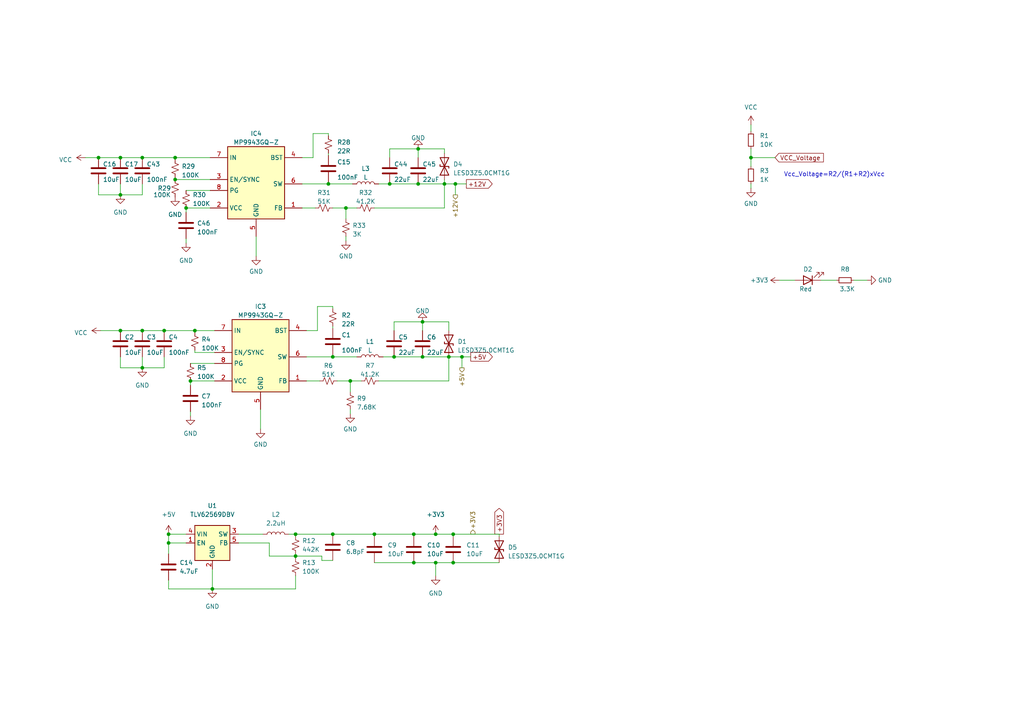
<source format=kicad_sch>
(kicad_sch (version 20230121) (generator eeschema)
  (paper "A4")
  (title_block (title "NewSkyF7-Air") (date "2023-12-01") (rev "1.0V"))
  (lib_symbols
    (symbol "Device:C" (pin_numbers hide) (pin_names (offset 0.254))
      (property "Reference" "C" (at 0.635 2.54 0))
      (property "Value" "C" (at 0.635 -2.54 0))
      (symbol "C_0_1"
        (polyline (pts (xy -2.032 -0.762) (xy 2.032 -0.762)) (stroke (width 0.508)))
        (polyline (pts (xy -2.032 0.762) (xy 2.032 0.762)) (stroke (width 0.508)))
      )
      (symbol "C_1_1"
        (pin passive line (at 0 3.81 270) (length 2.794) (name "~") (number "1"))
        (pin passive line (at 0 -3.81 90) (length 2.794) (name "~") (number "2"))
      )
    )
    (symbol "Device:D_TVS" (pin_numbers hide) (pin_names (offset 1.016) hide)
      (property "Reference" "D" (at 0 2.54 0))
      (property "Value" "D_TVS" (at 0 -2.54 0))
      (symbol "D_TVS_0_1"
        (polyline (pts (xy 1.27 0) (xy -1.27 0)))
        (polyline (pts (xy 0.508 1.27) (xy 0 1.27) (xy 0 -1.27) (xy -0.508 -1.27)) (stroke (width 0.254)))
        (polyline (pts (xy -2.54 1.27) (xy -2.54 -1.27) (xy 2.54 1.27) (xy 2.54 -1.27) (xy -2.54 1.27)) (stroke (width 0.254)))
      )
      (symbol "D_TVS_1_1"
        (pin passive line (at -3.81 0 0) (length 2.54) (name "A1") (number "1"))
        (pin passive line (at 3.81 0 180) (length 2.54) (name "A2") (number "2"))
      )
    )
    (symbol "Device:L" (pin_numbers hide) (pin_names (offset 1.016) hide)
      (property "Reference" "L" (at -1.27 0 90))
      (property "Value" "L" (at 1.905 0 90))
      (symbol "L_0_1"
        (arc (start 0 -2.54) (mid 0.6323 -1.905) (end 0 -1.27))
        (arc (start 0 -1.27) (mid 0.6323 -0.635) (end 0 0))
        (arc (start 0 0) (mid 0.6323 0.635) (end 0 1.27))
        (arc (start 0 1.27) (mid 0.6323 1.905) (end 0 2.54))
      )
      (symbol "L_1_1"
        (pin passive line (at 0 3.81 270) (length 1.27) (name "1") (number "1"))
        (pin passive line (at 0 -3.81 90) (length 1.27) (name "2") (number "2"))
      )
    )
    (symbol "Device:LED" (pin_numbers hide) (pin_names (offset 1.016) hide)
      (property "Reference" "D" (at 0 2.54 0))
      (property "Value" "LED" (at 0 -2.54 0))
      (symbol "LED_0_1"
        (polyline (pts (xy -1.27 -1.27) (xy -1.27 1.27)) (stroke (width 0.254)))
        (polyline (pts (xy -1.27 0) (xy 1.27 0)))
        (polyline (pts (xy 1.27 -1.27) (xy 1.27 1.27) (xy -1.27 0) (xy 1.27 -1.27)) (stroke (width 0.254)))
        (polyline (pts (xy -3.048 -0.762) (xy -4.572 -2.286) (xy -3.81 -2.286) (xy -4.572 -2.286) (xy -4.572 -1.524)))
        (polyline (pts (xy -1.778 -0.762) (xy -3.302 -2.286) (xy -2.54 -2.286) (xy -3.302 -2.286) (xy -3.302 -1.524)))
      )
      (symbol "LED_1_1"
        (pin passive line (at -3.81 0 0) (length 2.54) (name "K") (number "1"))
        (pin passive line (at 3.81 0 180) (length 2.54) (name "A") (number "2"))
      )
    )
    (symbol "Device:R_Small" (pin_numbers hide) (pin_names (offset 0.254) hide)
      (property "Reference" "R" (at 0.762 0.508 0))
      (property "Value" "R_Small" (at 0.762 -1.016 0))
      (symbol "R_Small_0_1"
        (rectangle (start -0.762 1.778) (end 0.762 -1.778) (stroke (width 0.2032)))
      )
      (symbol "R_Small_1_1"
        (pin passive line (at 0 2.54 270) (length 0.762) (name "~") (number "1"))
        (pin passive line (at 0 -2.54 90) (length 0.762) (name "~") (number "2"))
      )
    )
    (symbol "Device:R_Small_US" (pin_numbers hide) (pin_names (offset 0.254) hide)
      (property "Reference" "R" (at 0.762 0.508 0))
      (property "Value" "R_Small_US" (at 0.762 -1.016 0))
      (symbol "R_Small_US_1_1"
        (polyline (pts (xy 0 0) (xy 1.016 -0.381) (xy 0 -0.762) (xy -1.016 -1.143) (xy 0 -1.524)))
        (polyline (pts (xy 0 1.524) (xy 1.016 1.143) (xy 0 0.762) (xy -1.016 0.381) (xy 0 0)))
        (pin passive line (at 0 2.54 270) (length 1.016) (name "~") (number "1"))
        (pin passive line (at 0 -2.54 90) (length 1.016) (name "~") (number "2"))
      )
    )
    (symbol "PCM_4ms_Power-symbol:GND" (power) (pin_names (offset 0))
      (property "Value" "GND" (at 0 -3.81 0))
      (symbol "GND_0_1"
        (polyline (pts (xy 0 0) (xy 0 -1.27) (xy 1.27 -1.27) (xy 0 -2.54) (xy -1.27 -1.27) (xy 0 -1.27)))
      )
      (symbol "GND_1_1"
        (pin power_in line (at 0 0 270) (length 0) hide (name "GND") (number "1"))
      )
    )
    (symbol "Power_System:MP9943GQ-Z"
      (property "Reference" "IC" (at 26.67 7.62 0))
      (property "Value" "MP9943GQ-Z" (at 26.67 5.08 0))
      (symbol "MP9943GQ-Z_1_1"
        (rectangle (start 5.08 2.54) (end 21.59 -18.415) (stroke (width 0.254)) (fill (type background)))
        (pin passive line (at 26.67 -15.24 180) (length 5.08) (name "FB") (number "1"))
        (pin passive line (at 0 -15.24 0) (length 5.08) (name "VCC") (number "2"))
        (pin passive line (at 0 -6.985 0) (length 5.08) (name "EN/SYNC") (number "3"))
        (pin passive line (at 26.67 -0.635 180) (length 5.08) (name "BST") (number "4"))
        (pin passive line (at 13.335 -23.495 90) (length 5.08) (name "GND") (number "5"))
        (pin passive line (at 26.67 -8.255 180) (length 5.08) (name "SW") (number "6"))
        (pin passive line (at 0 -0.635 0) (length 5.08) (name "IN") (number "7"))
        (pin passive line (at 0 -10.16 0) (length 5.08) (name "PG") (number "8"))
      )
    )
    (symbol "Regulator_Switching:TLV62569DBV"
      (property "Reference" "U" (at -5.08 6.35 0))
      (property "Value" "TLV62569DBV" (at 0 6.35 0))
      (symbol "TLV62569DBV_0_1"
        (rectangle (start -5.08 5.08) (end 5.08 -5.08) (stroke (width 0.254)) (fill (type background)))
      )
      (symbol "TLV62569DBV_1_1"
        (pin input line (at -7.62 0 0) (length 2.54) (name "EN") (number "1"))
        (pin power_in line (at 0 -7.62 90) (length 2.54) (name "GND") (number "2"))
        (pin power_out line (at 7.62 2.54 180) (length 2.54) (name "SW") (number "3"))
        (pin power_in line (at -7.62 2.54 0) (length 2.54) (name "VIN") (number "4"))
        (pin input line (at 7.62 0 180) (length 2.54) (name "FB") (number "5"))
      )
    )
    (symbol "VCC_2" (power) (pin_names (offset 0))
      (property "Value" "VCC_2" (at 0 3.81 0))
      (symbol "VCC_2_0_1"
        (polyline (pts (xy -0.762 1.27) (xy 0 2.54)))
        (polyline (pts (xy 0 0) (xy 0 2.54)))
        (polyline (pts (xy 0 2.54) (xy 0.762 1.27)))
      )
      (symbol "VCC_2_1_1"
        (pin power_in line (at 0 0 90) (length 0) hide (name "VCC") (number "1"))
      )
    )
    (symbol "power:+3V3" (power) (pin_names (offset 0))
      (property "Value" "+3V3" (at 0 3.556 0))
      (symbol "+3V3_0_1"
        (polyline (pts (xy -0.762 1.27) (xy 0 2.54)))
        (polyline (pts (xy 0 0) (xy 0 2.54)))
        (polyline (pts (xy 0 2.54) (xy 0.762 1.27)))
      )
      (symbol "+3V3_1_1"
        (pin power_in line (at 0 0 90) (length 0) hide (name "+3V3") (number "1"))
      )
    )
    (symbol "power:+5V" (power) (pin_names (offset 0))
      (property "Value" "+5V" (at 0 3.556 0))
      (symbol "+5V_0_1"
        (polyline (pts (xy -0.762 1.27) (xy 0 2.54)))
        (polyline (pts (xy 0 0) (xy 0 2.54)))
        (polyline (pts (xy 0 2.54) (xy 0.762 1.27)))
      )
      (symbol "+5V_1_1"
        (pin power_in line (at 0 0 90) (length 0) hide (name "+5V") (number "1"))
      )
    )
    (symbol "power:GND" (power) (pin_names (offset 0))
      (property "Value" "GND" (at 0 -3.81 0))
      (symbol "GND_0_1"
        (polyline (pts (xy 0 0) (xy 0 -1.27) (xy 1.27 -1.27) (xy 0 -2.54) (xy -1.27 -1.27) (xy 0 -1.27)))
      )
      (symbol "GND_1_1"
        (pin power_in line (at 0 0 270) (length 0) hide (name "GND") (number "1"))
      )
    )
    (symbol "power:VCC" (power) (pin_names (offset 0))
      (property "Value" "VCC" (at 0 3.81 0))
      (symbol "VCC_0_1"
        (polyline (pts (xy -0.762 1.27) (xy 0 2.54)))
        (polyline (pts (xy 0 0) (xy 0 2.54)))
        (polyline (pts (xy 0 2.54) (xy 0.762 1.27)))
      )
      (symbol "VCC_1_1"
        (pin power_in line (at 0 0 90) (length 0) hide (name "VCC") (number "1"))
      )
    )
  )
  (junction (at 131.445 163.195))
  (junction (at 121.285 53.34))
  (junction (at 131.445 154.94))
  (junction (at 53.975 60.325))
  (junction (at 96.52 154.94))
  (junction (at 41.275 95.885))
  (junction (at 114.3 103.505))
  (junction (at 96.52 103.505))
  (junction (at 56.515 95.885))
  (junction (at 48.895 157.48))
  (junction (at 120.015 163.195))
  (junction (at 85.725 161.29))
  (junction (at 100.33 60.325))
  (junction (at 122.555 93.345))
  (junction (at 34.925 45.72))
  (junction (at 126.365 154.94))
  (junction (at 55.245 110.49))
  (junction (at 34.925 56.515))
  (junction (at 41.275 106.68))
  (junction (at 34.925 95.885))
  (junction (at 85.725 154.94))
  (junction (at 132.08 53.34))
  (junction (at 61.595 170.815))
  (junction (at 128.905 53.34))
  (junction (at 41.275 45.72))
  (junction (at 48.895 154.94))
  (junction (at 113.03 53.34))
  (junction (at 28.575 45.72))
  (junction (at 50.8 52.07))
  (junction (at 130.175 103.505))
  (junction (at 120.015 154.94))
  (junction (at 122.555 103.505))
  (junction (at 108.585 154.94))
  (junction (at 47.625 95.885))
  (junction (at 126.365 163.195))
  (junction (at 133.985 103.505))
  (junction (at 95.25 53.34))
  (junction (at 50.8 45.72))
  (junction (at 217.805 45.72))
  (junction (at 101.6 110.49))
  (junction (at 121.285 43.18))
  (wire (pts (xy 97.79 110.49) (xy 101.6 110.49)))
  (wire (pts (xy 34.925 95.885) (xy 41.275 95.885)))
  (wire (pts (xy 226.06 81.28) (xy 230.505 81.28)))
  (wire (pts (xy 50.8 51.435) (xy 50.8 52.07)))
  (wire (pts (xy 101.6 120.015) (xy 101.6 118.745)))
  (wire (pts (xy 85.725 161.29) (xy 85.725 161.925)))
  (wire (pts (xy 85.725 154.94) (xy 85.725 155.575)))
  (wire (pts (xy 47.625 95.885) (xy 56.515 95.885)))
  (wire (pts (xy 101.6 110.49) (xy 101.6 113.665)))
  (wire (pts (xy 28.575 45.72) (xy 34.925 45.72)))
  (wire (pts (xy 50.8 52.07) (xy 60.96 52.07)))
  (wire (pts (xy 28.575 53.34) (xy 28.575 56.515)))
  (wire (pts (xy 217.805 45.72) (xy 217.805 48.26)))
  (wire (pts (xy 69.215 154.94) (xy 76.2 154.94)))
  (wire (pts (xy 53.975 55.245) (xy 60.96 55.245)))
  (wire (pts (xy 108.585 60.325) (xy 128.905 60.325)))
  (wire (pts (xy 130.175 110.49) (xy 130.175 103.505)))
  (wire (pts (xy 90.805 45.72) (xy 90.805 38.735)))
  (wire (pts (xy 122.555 103.505) (xy 114.3 103.505)))
  (wire (pts (xy 34.925 106.68) (xy 41.275 106.68)))
  (wire (pts (xy 122.555 93.345) (xy 122.555 95.885)))
  (wire (pts (xy 130.175 103.505) (xy 133.985 103.505)))
  (wire (pts (xy 41.275 95.885) (xy 47.625 95.885)))
  (wire (pts (xy 90.805 38.735) (xy 95.25 38.735)))
  (wire (pts (xy 93.345 162.56) (xy 96.52 162.56)))
  (wire (pts (xy 96.52 154.94) (xy 108.585 154.94)))
  (wire (pts (xy 132.08 53.34) (xy 128.905 53.34)))
  (wire (pts (xy 120.015 154.94) (xy 126.365 154.94)))
  (wire (pts (xy 95.25 44.45) (xy 95.25 45.085)))
  (wire (pts (xy 88.9 110.49) (xy 92.71 110.49)))
  (wire (pts (xy 48.895 168.275) (xy 48.895 170.815)))
  (wire (pts (xy 34.925 103.505) (xy 34.925 106.68)))
  (wire (pts (xy 41.275 106.68) (xy 47.625 106.68)))
  (wire (pts (xy 93.345 161.29) (xy 93.345 162.56)))
  (wire (pts (xy 48.895 157.48) (xy 48.895 154.94)))
  (wire (pts (xy 144.78 154.94) (xy 144.78 155.575)))
  (wire (pts (xy 102.235 53.34) (xy 95.25 53.34)))
  (wire (pts (xy 217.805 53.34) (xy 217.805 54.61)))
  (wire (pts (xy 34.925 56.515) (xy 41.275 56.515)))
  (wire (pts (xy 128.905 43.18) (xy 128.905 44.45)))
  (wire (pts (xy 87.63 53.34) (xy 95.25 53.34)))
  (wire (pts (xy 114.3 93.345) (xy 122.555 93.345)))
  (wire (pts (xy 56.515 95.885) (xy 62.23 95.885)))
  (wire (pts (xy 78.105 157.48) (xy 78.105 161.29)))
  (wire (pts (xy 108.585 154.94) (xy 120.015 154.94)))
  (wire (pts (xy 130.175 95.885) (xy 130.175 93.345)))
  (wire (pts (xy 92.075 88.9) (xy 96.52 88.9)))
  (wire (pts (xy 61.595 170.815) (xy 61.595 165.1)))
  (wire (pts (xy 121.285 53.34) (xy 113.03 53.34)))
  (wire (pts (xy 69.215 157.48) (xy 78.105 157.48)))
  (wire (pts (xy 48.895 170.815) (xy 61.595 170.815)))
  (wire (pts (xy 133.985 106.68) (xy 133.985 103.505)))
  (wire (pts (xy 128.905 53.34) (xy 121.285 53.34)))
  (wire (pts (xy 87.63 60.325) (xy 91.44 60.325)))
  (wire (pts (xy 126.365 163.195) (xy 126.365 167.005)))
  (wire (pts (xy 217.805 45.72) (xy 224.79 45.72)))
  (wire (pts (xy 56.515 102.235) (xy 62.23 102.235)))
  (wire (pts (xy 55.245 105.41) (xy 62.23 105.41)))
  (wire (pts (xy 56.515 95.885) (xy 56.515 96.52)))
  (wire (pts (xy 131.445 163.195) (xy 144.78 163.195)))
  (wire (pts (xy 131.445 154.94) (xy 144.78 154.94)))
  (wire (pts (xy 114.3 103.505) (xy 111.125 103.505)))
  (wire (pts (xy 238.125 81.28) (xy 242.57 81.28)))
  (wire (pts (xy 126.365 163.195) (xy 131.445 163.195)))
  (wire (pts (xy 128.905 60.325) (xy 128.905 53.34)))
  (wire (pts (xy 85.725 170.815) (xy 85.725 167.005)))
  (wire (pts (xy 47.625 103.505) (xy 47.625 106.68)))
  (wire (pts (xy 28.575 56.515) (xy 34.925 56.515)))
  (wire (pts (xy 88.9 103.505) (xy 96.52 103.505)))
  (wire (pts (xy 24.765 45.72) (xy 28.575 45.72)))
  (wire (pts (xy 100.33 69.85) (xy 100.33 68.58)))
  (wire (pts (xy 50.8 45.72) (xy 50.8 46.355)))
  (wire (pts (xy 95.25 52.705) (xy 95.25 53.34)))
  (wire (pts (xy 96.52 94.615) (xy 96.52 95.25)))
  (wire (pts (xy 128.905 52.07) (xy 128.905 53.34)))
  (wire (pts (xy 130.175 93.345) (xy 122.555 93.345)))
  (wire (pts (xy 75.565 118.745) (xy 75.565 124.46)))
  (wire (pts (xy 88.9 95.885) (xy 92.075 95.885)))
  (wire (pts (xy 217.805 36.195) (xy 217.805 38.1)))
  (wire (pts (xy 41.275 103.505) (xy 41.275 106.68)))
  (wire (pts (xy 132.08 56.515) (xy 132.08 53.34)))
  (wire (pts (xy 85.725 161.29) (xy 93.345 161.29)))
  (wire (pts (xy 48.895 157.48) (xy 48.895 160.655)))
  (wire (pts (xy 53.975 60.325) (xy 53.975 61.595)))
  (wire (pts (xy 136.525 103.505) (xy 133.985 103.505)))
  (wire (pts (xy 53.975 60.325) (xy 60.96 60.325)))
  (wire (pts (xy 130.175 103.505) (xy 122.555 103.505)))
  (wire (pts (xy 96.52 88.9) (xy 96.52 89.535)))
  (wire (pts (xy 135.255 53.34) (xy 132.08 53.34)))
  (wire (pts (xy 96.52 60.325) (xy 100.33 60.325)))
  (wire (pts (xy 78.105 161.29) (xy 85.725 161.29)))
  (wire (pts (xy 55.245 110.49) (xy 55.245 111.76)))
  (wire (pts (xy 34.925 45.72) (xy 41.275 45.72)))
  (wire (pts (xy 85.725 160.655) (xy 85.725 161.29)))
  (wire (pts (xy 34.925 53.34) (xy 34.925 56.515)))
  (wire (pts (xy 121.285 43.18) (xy 121.285 45.72)))
  (wire (pts (xy 121.285 43.18) (xy 128.905 43.18)))
  (wire (pts (xy 108.585 163.195) (xy 120.015 163.195)))
  (wire (pts (xy 217.805 43.18) (xy 217.805 45.72)))
  (wire (pts (xy 87.63 45.72) (xy 90.805 45.72)))
  (wire (pts (xy 83.82 154.94) (xy 85.725 154.94)))
  (wire (pts (xy 41.275 45.72) (xy 50.8 45.72)))
  (wire (pts (xy 113.03 53.34) (xy 109.855 53.34)))
  (wire (pts (xy 103.505 103.505) (xy 96.52 103.505)))
  (wire (pts (xy 61.595 170.815) (xy 85.725 170.815)))
  (wire (pts (xy 29.21 95.885) (xy 34.925 95.885)))
  (wire (pts (xy 55.245 110.49) (xy 62.23 110.49)))
  (wire (pts (xy 126.365 154.94) (xy 131.445 154.94)))
  (wire (pts (xy 247.65 81.28) (xy 251.46 81.28)))
  (wire (pts (xy 53.975 157.48) (xy 48.895 157.48)))
  (wire (pts (xy 50.8 45.72) (xy 60.96 45.72)))
  (wire (pts (xy 53.975 70.485) (xy 53.975 69.215)))
  (wire (pts (xy 74.295 68.58) (xy 74.295 74.295)))
  (wire (pts (xy 113.03 45.72) (xy 113.03 43.18)))
  (wire (pts (xy 100.33 60.325) (xy 100.33 63.5)))
  (wire (pts (xy 109.855 110.49) (xy 130.175 110.49)))
  (wire (pts (xy 55.245 120.65) (xy 55.245 119.38)))
  (wire (pts (xy 48.895 154.94) (xy 53.975 154.94)))
  (wire (pts (xy 56.515 101.6) (xy 56.515 102.235)))
  (wire (pts (xy 114.3 95.885) (xy 114.3 93.345)))
  (wire (pts (xy 41.275 53.34) (xy 41.275 56.515)))
  (wire (pts (xy 108.585 154.94) (xy 108.585 155.575)))
  (wire (pts (xy 131.445 154.94) (xy 131.445 155.575)))
  (wire (pts (xy 120.015 163.195) (xy 126.365 163.195)))
  (wire (pts (xy 101.6 110.49) (xy 104.775 110.49)))
  (wire (pts (xy 85.725 154.94) (xy 96.52 154.94)))
  (wire (pts (xy 95.25 38.735) (xy 95.25 39.37)))
  (wire (pts (xy 92.075 95.885) (xy 92.075 88.9)))
  (wire (pts (xy 100.33 60.325) (xy 103.505 60.325)))
  (wire (pts (xy 113.03 43.18) (xy 121.285 43.18)))
  (wire (pts (xy 96.52 102.87) (xy 96.52 103.505)))
  (wire (pts (xy 120.015 154.94) (xy 120.015 155.575)))
  (text "Vcc_Voltage=R2/(R1+R2)xVcc" (at 227.33 51.435 0) (effects (font (size 1.27 1.27)) (justify left bottom)))
  (global_label "+5V" (shape output) (at 136.525 103.505 0) (property "Intersheetrefs" "${INTERSHEET_REFS}" (effects hide)))
  (global_label "VCC_Voltage" (shape input) (at 224.79 45.72 0) (property "Intersheetrefs" "${INTERSHEET_REFS}" (effects hide)))
  (global_label "+12V" (shape output) (at 135.255 53.34 0) (property "Intersheetrefs" "${INTERSHEET_REFS}" (effects hide)))
  (global_label "+3V3" (shape output) (at 144.78 154.94 90) (property "Intersheetrefs" "${INTERSHEET_REFS}" (effects hide)))
  (hierarchical_label "+5V" (shape output) (at 133.985 106.68 270))
  (hierarchical_label "+3V3" (shape output) (at 137.16 154.94 90))
  (hierarchical_label "+12V" (shape output) (at 132.08 56.515 270))
  (symbol (lib_id "PCM_4ms_Power-symbol:GND") (at 122.555 93.345 180) (unit 1)
    (property "Reference" "#PWR02" (effects hide))
    (property "Value" "GND" (at 122.555 90.17 0))
    (instances (project "STM32F745" (path "" (reference "#PWR02") (unit 1))) (project "Expansion" (path "" (reference "#PWR09") (unit 1)) (path "" (reference "#PWR09") (unit 1))) (project "Commander_Base" (path "" (reference "#PWR016") (unit 1))) (project "NewSkyF7-Air" (path "" (reference "#PWR014") (unit 1))))
  )
  (symbol (lib_id "Device:R_Small_US") (at 96.52 92.075 0) (unit 1)
    (property "Reference" "R2" (at 99.06 91.44 0) (effects (justify left)))
    (property "Value" "22R" (at 99.06 93.98 0) (effects (justify left)))
    (property "Footprint" "Resistor_SMD:R_0402_1005Metric" (effects hide))
    (instances (project "STM32F745" (path "" (reference "R2") (unit 1))) (project "Expansion" (path "" (reference "R1") (unit 1)) (path "" (reference "R1") (unit 1))) (project "Commander_Base" (path "" (reference "R5") (unit 1))) (project "STM32F446RC" (path "" (reference "R33") (unit 1))) (project "NewSkyF7-Air" (path "" (reference "R10") (unit 1))))
  )
  (symbol (lib_id "Device:C") (at 108.585 159.385 0) (unit 1)
    (property "Reference" "C9" (at 112.395 158.1149 0) (effects (justify left)))
    (property "Value" "10uF" (at 112.395 160.6549 0) (effects (justify left)))
    (property "Footprint" "Capacitor_SMD:C_0402_1005Metric_Pad0.74x0.62mm_HandSolder" (effects hide))
    (instances (project "STM32F745" (path "" (reference "C9") (unit 1))) (project "STM32F103RC_Expansion" (path "" (reference "C4") (unit 1))) (project "STM32F446RC" (path "" (reference "C14") (unit 1))) (project "NewSkyF7-Air" (path "" (reference "C13") (unit 1))))
  )
  (symbol (lib_id "PCM_4ms_Power-symbol:GND") (at 41.275 106.68 0) (unit 1)
    (property "Reference" "#PWR05" (effects hide))
    (property "Value" "GND" (at 41.275 111.76 0))
    (instances (project "STM32F745" (path "" (reference "#PWR05") (unit 1))) (project "NewSkyF7-Air" (path "" (reference "#PWR04") (unit 1))))
  )
  (symbol (lib_id "Device:R_Small") (at 245.11 81.28 90) (unit 1)
    (property "Reference" "R8" (at 245.11 78.105 90))
    (property "Value" "3.3K" (at 245.745 83.82 90))
    (property "Footprint" "Resistor_SMD:R_0402_1005Metric" (effects hide))
    (instances (project "STM32F745" (path "" (reference "R8") (unit 1))) (project "STM32F446" (path "" (reference "R25") (unit 1))) (project "NewSkyF7-Air" (path "" (reference "R17") (unit 1))))
  )
  (symbol (lib_id "Device:C") (at 131.445 159.385 0) (unit 1)
    (property "Reference" "C11" (at 135.255 158.1149 0) (effects (justify left)))
    (property "Value" "10uF" (at 135.255 160.6549 0) (effects (justify left)))
    (property "Footprint" "Capacitor_SMD:C_0402_1005Metric_Pad0.74x0.62mm_HandSolder" (effects hide))
    (instances (project "STM32F745" (path "" (reference "C11") (unit 1))) (project "STM32F103RC_Expansion" (path "" (reference "C6") (unit 1))) (project "STM32F446RC" (path "" (reference "C16") (unit 1))) (project "NewSkyF7-Air" (path "" (reference "C19") (unit 1))))
  )
  (symbol (lib_id "Device:R_Small_US") (at 93.98 60.325 90) (unit 1)
    (property "Reference" "R31" (at 93.98 55.88 90))
    (property "Value" "51K" (at 93.98 58.42 90))
    (property "Footprint" "Resistor_SMD:R_0402_1005Metric" (effects hide))
    (instances (project "STM32F745" (path "" (reference "R31") (unit 1))) (project "Expansion" (path "" (reference "R4") (unit 1)) (path "" (reference "R4") (unit 1))) (project "Commander_Base" (path "" (reference "R7") (unit 1))) (project "STM32F446RC" (path "" (reference "R32") (unit 1))) (project "NewSkyF7-Air" (path "" (reference "R7") (unit 1))))
  )
  (symbol (lib_id "Power_System:MP9943GQ-Z") (at 62.23 95.25 0) (unit 1)
    (property "Reference" "IC3" (at 75.565 88.9 0))
    (property "Value" "MP9943GQ-Z" (at 75.565 91.44 0))
    (property "Footprint" "Power_System:MP9943GQZ" (effects hide))
    (property "Datasheet" "https://www.monolithicpower.com/jp/documentview/productdocument/index/version/2/document_type/Datasheet/lang/en/sku/MP9943/document_id/865/" (effects hide))
    (property "Height" "1" (effects hide))
    (property "Manufacturer_Name" "Monolithic Power Systems (MPS)" (effects hide))
    (property "Manufacturer_Part_Number" "MP9943GQ-Z" (effects hide))
    (property "Mouser Part Number" "946-MP9943GQ-Z" (effects hide))
    (property "Mouser Price/Stock" "https://www.mouser.co.uk/ProductDetail/Monolithic-Power-Systems-MPS/MP9943GQ-Z?qs=493kPxzlxfKVcyEndxwGRg%3D%3D" (effects hide))
    (instances (project "STM32F745" (path "" (reference "IC3") (unit 1))) (project "NewSkyF7-Air" (path "" (reference "IC2") (unit 1))))
  )
  (symbol (lib_id "power:GND") (at 251.46 81.28 90) (unit 1)
    (property "Reference" "#PWR011" (effects hide))
    (property "Value" "GND" (at 254.635 81.2799 90) (effects (justify right)))
    (instances (project "STM32F745" (path "" (reference "#PWR011") (unit 1))) (project "STM32F446" (path "" (reference "#PWR0167") (unit 1))) (project "NewSkyF7-Air" (path "" (reference "#PWR021") (unit 1))))
  )
  (symbol (lib_id "PCM_4ms_Power-symbol:GND") (at 53.975 70.485 0) (unit 1)
    (property "Reference" "#PWR0107" (effects hide))
    (property "Value" "GND" (at 53.975 75.565 0))
    (instances (project "STM32F745" (path "" (reference "#PWR0107") (unit 1))) (project "NewSkyF7-Air" (path "" (reference "#PWR06") (unit 1))))
  )
  (symbol (lib_id "Device:R_Small_US") (at 50.8 54.61 0) (unit 1)
    (property "Reference" "R29" (at 45.72 54.61 0) (effects (justify left)))
    (property "Value" "100K" (at 44.45 56.515 0) (effects (justify left)))
    (property "Footprint" "Resistor_SMD:R_0402_1005Metric" (effects hide))
    (instances (project "STM32F745" (path "" (reference "R29") (unit 1))) (project "NewSkyF7-Air" (path "" (reference "R33") (unit 1))))
  )
  (symbol (lib_id "Device:C") (at 122.555 99.695 0) (unit 1)
    (property "Reference" "C6" (at 123.825 97.79 0) (effects (justify left)))
    (property "Value" "22uF" (at 123.825 102.235 0) (effects (justify left)))
    (property "Footprint" "Capacitor_SMD:C_0603_1608Metric" (effects hide))
    (instances (project "STM32F745" (path "" (reference "C6") (unit 1))) (project "Expansion" (path "" (reference "C3") (unit 1)) (path "" (reference "C3") (unit 1))) (project "Commander_Base" (path "" (reference "C7") (unit 1))) (project "STM32F446RC" (path "" (reference "C15") (unit 1))) (project "NewSkyF7-Air" (path "" (reference "C18") (unit 1))))
  )
  (symbol (lib_id "power:GND") (at 217.805 54.61 0) (unit 1)
    (property "Reference" "#PWR03" (effects hide))
    (property "Value" "GND" (at 217.805 59.055 0))
    (instances (project "STM32F745" (path "" (reference "#PWR03") (unit 1))) (project "STM32F446" (path "" (reference "#PWR0141") (unit 1))) (project "NewSkyF7-Air" (path "" (reference "#PWR019") (unit 1))))
  )
  (symbol (lib_id "Device:C") (at 55.245 115.57 0) (unit 1)
    (property "Reference" "C7" (at 58.42 114.935 0) (effects (justify left)))
    (property "Value" "100nF" (at 58.42 117.475 0) (effects (justify left)))
    (property "Footprint" "Capacitor_SMD:C_0402_1005Metric" (effects hide))
    (instances (project "STM32F745" (path "" (reference "C7") (unit 1))) (project "NewSkyF7-Air" (path "" (reference "C9") (unit 1))))
  )
  (symbol (lib_id "Device:L") (at 80.01 154.94 90) (unit 1)
    (property "Reference" "L2" (at 80.01 149.225 90))
    (property "Value" "2.2uH" (at 80.01 151.765 90))
    (property "Footprint" "Inductor_SMD:L_Murata_DFE201610P" (effects hide))
    (instances (project "STM32F745" (path "" (reference "L2") (unit 1))) (project "STM32F103RC_Expansion" (path "" (reference "L2") (unit 1))) (project "NewSkyF7-Air" (path "" (reference "L1") (unit 1))))
  )
  (symbol (lib_id "Device:R_Small_US") (at 50.8 48.895 0) (unit 1)
    (property "Reference" "R29" (at 52.705 48.26 0) (effects (justify left)))
    (property "Value" "100K" (at 52.705 50.8 0) (effects (justify left)))
    (property "Footprint" "Resistor_SMD:R_0402_1005Metric" (effects hide))
    (instances (project "STM32F745" (path "" (reference "R29") (unit 1))) (project "NewSkyF7-Air" (path "" (reference "R2") (unit 1))))
  )
  (symbol (lib_id "Device:C") (at 121.285 49.53 0) (unit 1)
    (property "Reference" "C45" (at 122.555 47.625 0) (effects (justify left)))
    (property "Value" "22uF" (at 122.555 52.07 0) (effects (justify left)))
    (property "Footprint" "Capacitor_SMD:C_0603_1608Metric" (effects hide))
    (instances (project "STM32F745" (path "" (reference "C45") (unit 1))) (project "Expansion" (path "" (reference "C3") (unit 1)) (path "" (reference "C3") (unit 1))) (project "Commander_Base" (path "" (reference "C7") (unit 1))) (project "STM32F446RC" (path "" (reference "C15") (unit 1))) (project "NewSkyF7-Air" (path "" (reference "C17") (unit 1))))
  )
  (symbol (lib_id "power:+3V3") (at 126.365 154.94 0) (unit 1)
    (property "Reference" "#PWR012" (effects hide))
    (property "Value" "+3V3" (at 126.365 149.225 0))
    (instances (project "STM32F745" (path "" (reference "#PWR012") (unit 1))) (project "STM32F103RC_Expansion" (path "" (reference "#PWR025") (unit 1))) (project "STM32F446RC" (path "" (reference "#PWR0149") (unit 1))) (project "NewSkyF7-Air" (path "" (reference "#PWR015") (unit 1))))
  )
  (symbol (lib_id "Device:C") (at 28.575 49.53 0) (unit 1)
    (property "Reference" "C16" (at 29.845 47.625 0) (effects (justify left)))
    (property "Value" "10uF" (at 29.845 52.07 0) (effects (justify left)))
    (property "Footprint" "Capacitor_SMD:C_0603_1608Metric" (effects hide))
    (instances (project "STM32F745" (path "" (reference "C16") (unit 1))) (project "NewSkyF7-Air" (path "" (reference "C1") (unit 1))))
  )
  (symbol (lib_id "Device:C") (at 48.895 164.465 0) (unit 1)
    (property "Reference" "C14" (at 52.07 163.1949 0) (effects (justify left)))
    (property "Value" "4.7uF" (at 52.07 165.7349 0) (effects (justify left)))
    (property "Footprint" "Capacitor_SMD:C_0402_1005Metric_Pad0.74x0.62mm_HandSolder" (effects hide))
    (instances (project "STM32F745" (path "" (reference "C14") (unit 1))) (project "STM32F103RC_Expansion" (path "" (reference "C7") (unit 1))) (project "STM32F446RC" (path "" (reference "C13") (unit 1))) (project "NewSkyF7-Air" (path "" (reference "C7") (unit 1))))
  )
  (symbol (lib_id "Device:R_Small_US") (at 107.315 110.49 90) (unit 1)
    (property "Reference" "R7" (at 107.315 106.045 90))
    (property "Value" "41.2K" (at 107.315 108.585 90))
    (property "Footprint" "Resistor_SMD:R_0402_1005Metric" (effects hide))
    (instances (project "STM32F745" (path "" (reference "R7") (unit 1))) (project "Expansion" (path "" (reference "R5") (unit 1)) (path "" (reference "R5") (unit 1))) (project "Commander_Base" (path "" (reference "R8") (unit 1))) (project "STM32F446RC" (path "" (reference "R32") (unit 1))) (project "NewSkyF7-Air" (path "" (reference "R14") (unit 1))))
  )
  (symbol (lib_id "Device:R_Small_US") (at 95.25 41.91 0) (unit 1)
    (property "Reference" "R28" (at 97.79 41.275 0) (effects (justify left)))
    (property "Value" "22R" (at 97.79 43.815 0) (effects (justify left)))
    (property "Footprint" "Resistor_SMD:R_0402_1005Metric" (effects hide))
    (instances (project "STM32F745" (path "" (reference "R28") (unit 1))) (project "Expansion" (path "" (reference "R1") (unit 1)) (path "" (reference "R1") (unit 1))) (project "Commander_Base" (path "" (reference "R5") (unit 1))) (project "STM32F446RC" (path "" (reference "R33") (unit 1))) (project "NewSkyF7-Air" (path "" (reference "R8") (unit 1))))
  )
  (symbol (lib_id "Device:C") (at 53.975 65.405 0) (unit 1)
    (property "Reference" "C46" (at 57.15 64.77 0) (effects (justify left)))
    (property "Value" "100nF" (at 57.15 67.31 0) (effects (justify left)))
    (property "Footprint" "Capacitor_SMD:C_0402_1005Metric" (effects hide))
    (instances (project "STM32F745" (path "" (reference "C46") (unit 1))) (project "NewSkyF7-Air" (path "" (reference "C8") (unit 1))))
  )
  (symbol (lib_id "Device:C") (at 96.52 158.75 0) (unit 1)
    (property "Reference" "C8" (at 100.33 157.4799 0) (effects (justify left)))
    (property "Value" "6.8pF" (at 100.33 160.0199 0) (effects (justify left)))
    (property "Footprint" "Capacitor_SMD:C_0402_1005Metric_Pad0.74x0.62mm_HandSolder" (effects hide))
    (instances (project "STM32F745" (path "" (reference "C8") (unit 1))) (project "STM32F103RC_Expansion" (path "" (reference "C3") (unit 1))) (project "STM32F446RC" (path "" (reference "C19") (unit 1))) (project "NewSkyF7-Air" (path "" (reference "C12") (unit 1))))
  )
  (symbol (lib_id "PCM_4ms_Power-symbol:GND") (at 55.245 120.65 0) (unit 1)
    (property "Reference" "#PWR07" (effects hide))
    (property "Value" "GND" (at 55.245 125.73 0))
  )
  (symbol (lib_id "Device:C") (at 34.925 49.53 0) (unit 1)
    (property "Reference" "C17" (at 36.195 47.625 0) (effects (justify left)))
    (property "Value" "10uF" (at 36.195 52.07 0) (effects (justify left)))
    (property "Footprint" "Capacitor_SMD:C_0603_1608Metric" (effects hide))
    (instances (project "STM32F745" (path "" (reference "C17") (unit 1))) (project "NewSkyF7-Air" (path "" (reference "C3") (unit 1))))
  )
  (symbol (lib_id "Device:C") (at 120.015 159.385 0) (unit 1)
    (property "Reference" "C10" (at 123.825 158.1149 0) (effects (justify left)))
    (property "Value" "10uF" (at 123.825 160.6549 0) (effects (justify left)))
    (property "Footprint" "Capacitor_SMD:C_0402_1005Metric_Pad0.74x0.62mm_HandSolder" (effects hide))
    (instances (project "STM32F745" (path "" (reference "C10") (unit 1))) (project "STM32F103RC_Expansion" (path "" (reference "C5") (unit 1))) (project "STM32F446RC" (path "" (reference "C15") (unit 1))) (project "NewSkyF7-Air" (path "" (reference "C16") (unit 1))))
  )
  (symbol (lib_id "Device:D_TVS") (at 128.905 48.26 90) (unit 1)
    (property "Reference" "D4" (at 131.445 47.625 90) (effects (justify right)))
    (property "Value" "LESD3Z5.0CMT1G" (at 131.445 50.165 90) (effects (justify right)))
    (property "Footprint" "Diode_SMD:D_SOD-323" (effects hide))
    (instances (project "STM32F745" (path "" (reference "D4") (unit 1))) (project "Expansion" (path "" (reference "D1") (unit 1)) (path "" (reference "D1") (unit 1))) (project "Commander_Base" (path "" (reference "D1") (unit 1))) (project "STM32F446RC" (path "" (reference "D14") (unit 1))) (project "NewSkyF7-Air" (path "" (reference "D1") (unit 1))))
  )
  (symbol (lib_id "PCM_4ms_Power-symbol:GND") (at 50.8 57.15 0) (unit 1)
    (property "Reference" "#PWR0107" (effects hide))
    (property "Value" "GND" (at 50.8 62.23 0))
    (instances (project "STM32F745" (path "" (reference "#PWR0107") (unit 1))) (project "NewSkyF7-Air" (path "" (reference "#PWR084") (unit 1))))
  )
  (symbol (lib_id "Device:R_Small_US") (at 95.25 110.49 90) (unit 1)
    (property "Reference" "R6" (at 95.25 106.045 90))
    (property "Value" "51K" (at 95.25 108.585 90))
    (property "Footprint" "Resistor_SMD:R_0402_1005Metric" (effects hide))
    (instances (project "STM32F745" (path "" (reference "R6") (unit 1))) (project "Expansion" (path "" (reference "R4") (unit 1)) (path "" (reference "R4") (unit 1))) (project "Commander_Base" (path "" (reference "R7") (unit 1))) (project "STM32F446RC" (path "" (reference "R32") (unit 1))) (project "NewSkyF7-Air" (path "" (reference "R9") (unit 1))))
  )
  (symbol (lib_id "Device:R_Small_US") (at 106.045 60.325 90) (unit 1)
    (property "Reference" "R32" (at 106.045 55.88 90))
    (property "Value" "41.2K" (at 106.045 58.42 90))
    (property "Footprint" "Resistor_SMD:R_0402_1005Metric" (effects hide))
    (instances (project "STM32F745" (path "" (reference "R32") (unit 1))) (project "Expansion" (path "" (reference "R5") (unit 1)) (path "" (reference "R5") (unit 1))) (project "Commander_Base" (path "" (reference "R8") (unit 1))) (project "STM32F446RC" (path "" (reference "R32") (unit 1))) (project "NewSkyF7-Air" (path "" (reference "R13") (unit 1))))
  )
  (symbol (lib_id "Device:R_Small_US") (at 100.33 66.04 0) (unit 1)
    (property "Reference" "R33" (at 102.235 65.405 0) (effects (justify left)))
    (property "Value" "3K" (at 102.235 67.945 0) (effects (justify left)))
    (property "Footprint" "Resistor_SMD:R_0402_1005Metric" (effects hide))
    (instances (project "STM32F745" (path "" (reference "R33") (unit 1))) (project "Expansion" (path "" (reference "R6") (unit 1)) (path "" (reference "R6") (unit 1))) (project "Commander_Base" (path "" (reference "R6") (unit 1))) (project "STM32F446RC" (path "" (reference "R32") (unit 1))) (project "NewSkyF7-Air" (path "" (reference "R11") (unit 1))))
  )
  (symbol (lib_id "Device:R_Small_US") (at 101.6 116.205 0) (unit 1)
    (property "Reference" "R9" (at 103.505 115.57 0) (effects (justify left)))
    (property "Value" "7.68K" (at 103.505 118.11 0) (effects (justify left)))
    (property "Footprint" "Resistor_SMD:R_0402_1005Metric" (effects hide))
    (instances (project "STM32F745" (path "" (reference "R9") (unit 1))) (project "Expansion" (path "" (reference "R6") (unit 1)) (path "" (reference "R6") (unit 1))) (project "Commander_Base" (path "" (reference "R6") (unit 1))) (project "STM32F446RC" (path "" (reference "R32") (unit 1))) (project "NewSkyF7-Air" (path "" (reference "R12") (unit 1))))
  )
  (symbol (lib_id "Device:R_Small") (at 217.805 50.8 0) (unit 1)
    (property "Reference" "R3" (at 220.345 49.5299 0) (effects (justify left)))
    (property "Value" "1K" (at 220.345 52.0699 0) (effects (justify left)))
    (property "Footprint" "Resistor_SMD:R_0402_1005Metric" (effects hide))
    (instances (project "STM32F745" (path "" (reference "R3") (unit 1))) (project "STM32F446" (path "" (reference "R21") (unit 1))) (project "NewSkyF7-Air" (path "" (reference "R16") (unit 1))))
  )
  (symbol (lib_id "PCM_4ms_Power-symbol:GND") (at 34.925 56.515 0) (unit 1)
    (property "Reference" "#PWR019" (effects hide))
    (property "Value" "GND" (at 34.925 61.595 0))
    (instances (project "STM32F745" (path "" (reference "#PWR019") (unit 1))) (project "NewSkyF7-Air" (path "" (reference "#PWR03") (unit 1))))
  )
  (symbol (lib_id "PCM_4ms_Power-symbol:GND") (at 121.285 43.18 180) (unit 1)
    (property "Reference" "#PWR017" (effects hide))
    (property "Value" "GND" (at 121.285 40.005 0))
    (instances (project "STM32F745" (path "" (reference "#PWR017") (unit 1))) (project "Expansion" (path "" (reference "#PWR09") (unit 1)) (path "" (reference "#PWR09") (unit 1))) (project "Commander_Base" (path "" (reference "#PWR016") (unit 1))) (project "NewSkyF7-Air" (path "" (reference "#PWR013") (unit 1))))
  )
  (symbol (lib_id "Device:D_TVS") (at 130.175 99.695 90) (unit 1)
    (property "Reference" "D1" (at 132.715 99.06 90) (effects (justify right)))
    (property "Value" "LESD3Z5.0CMT1G" (at 132.715 101.6 90) (effects (justify right)))
    (property "Footprint" "Diode_SMD:D_SOD-323" (effects hide))
    (instances (project "STM32F745" (path "" (reference "D1") (unit 1))) (project "Expansion" (path "" (reference "D1") (unit 1)) (path "" (reference "D1") (unit 1))) (project "Commander_Base" (path "" (reference "D1") (unit 1))) (project "STM32F446RC" (path "" (reference "D14") (unit 1))) (project "NewSkyF7-Air" (path "" (reference "D2") (unit 1))))
  )
  (symbol (lib_id "Device:LED") (at 234.315 81.28 180) (unit 1)
    (property "Reference" "D2" (at 234.315 78.105 0))
    (property "Value" "Red" (at 233.68 83.82 0))
    (property "Footprint" "LED_SMD:LED_0402_1005Metric" (effects hide))
    (instances (project "STM32F745" (path "" (reference "D2") (unit 1))) (project "STM32F446" (path "" (reference "D8") (unit 1))) (project "NewSkyF7-Air" (path "" (reference "D4") (unit 1))))
  )
  (symbol (lib_id "power:GND") (at 126.365 167.005 0) (unit 1)
    (property "Reference" "#PWR016" (effects hide))
    (property "Value" "GND" (at 126.365 172.085 0))
    (instances (project "STM32F745" (path "" (reference "#PWR016") (unit 1))) (project "STM32F103RC_Expansion" (path "" (reference "#PWR027") (unit 1))) (project "STM32F446RC" (path "" (reference "#PWR0151") (unit 1))) (project "NewSkyF7-Air" (path "" (reference "#PWR016") (unit 1))))
  )
  (symbol (lib_id "Device:R_Small") (at 217.805 40.64 0) (unit 1)
    (property "Reference" "R1" (at 220.345 39.3699 0) (effects (justify left)))
    (property "Value" "10K" (at 220.345 41.9099 0) (effects (justify left)))
    (property "Footprint" "Resistor_SMD:R_0402_1005Metric" (effects hide))
    (instances (project "STM32F745" (path "" (reference "R1") (unit 1))) (project "STM32F446" (path "" (reference "R20") (unit 1))) (project "NewSkyF7-Air" (path "" (reference "R15") (unit 1))))
  )
  (symbol (lib_id "Device:R_Small_US") (at 85.725 164.465 0) (unit 1)
    (property "Reference" "R13" (at 87.63 163.1949 0) (effects (justify left)))
    (property "Value" "100K" (at 87.63 165.7349 0) (effects (justify left)))
    (property "Footprint" "Resistor_SMD:R_0402_1005Metric" (effects hide))
    (instances (project "STM32F745" (path "" (reference "R13") (unit 1))) (project "STM32F103RC_Expansion" (path "" (reference "R15") (unit 1))) (project "STM32F446RC" (path "" (reference "R15") (unit 1))) (project "NewSkyF7-Air" (path "" (reference "R6") (unit 1))))
  )
  (symbol (lib_id "Device:C") (at 96.52 99.06 0) (unit 1)
    (property "Reference" "C1" (at 99.06 97.155 0) (effects (justify left)))
    (property "Value" "100nF" (at 99.06 101.6 0) (effects (justify left)))
    (property "Footprint" "Capacitor_SMD:C_0402_1005Metric_Pad0.74x0.62mm_HandSolder" (effects hide))
    (instances (project "STM32F745" (path "" (reference "C1") (unit 1))) (project "Expansion" (path "" (reference "C1") (unit 1)) (path "" (reference "C1") (unit 1))) (project "Commander_Base" (path "" (reference "C6") (unit 1))) (project "STM32F446RC" (path "" (reference "C15") (unit 1))) (project "NewSkyF7-Air" (path "" (reference "C11") (unit 1))))
  )
  (symbol (lib_id "Device:L") (at 106.045 53.34 90) (unit 1)
    (property "Reference" "L3" (at 106.045 48.895 90))
    (property "Value" "L" (at 106.045 51.435 90))
    (property "Footprint" "Inductor_SMD:L_Sunlord_MWSA0402S" (effects hide))
    (instances (project "STM32F745" (path "" (reference "L3") (unit 1))) (project "Expansion" (path "" (reference "L1") (unit 1)) (path "" (reference "L1") (unit 1))) (project "Commander_Base" (path "" (reference "L2") (unit 1))) (project "NewSkyF7-Air" (path "" (reference "L2") (unit 1))))
  )
  (symbol (lib_id "Device:C") (at 114.3 99.695 0) (unit 1)
    (property "Reference" "C5" (at 115.57 97.79 0) (effects (justify left)))
    (property "Value" "22uF" (at 115.57 102.235 0) (effects (justify left)))
    (property "Footprint" "Capacitor_SMD:C_0603_1608Metric" (effects hide))
    (instances (project "STM32F745" (path "" (reference "C5") (unit 1))) (project "Expansion" (path "" (reference "C2") (unit 1)) (path "" (reference "C2") (unit 1))) (project "Commander_Base" (path "" (reference "C5") (unit 1))) (project "STM32F446RC" (path "" (reference "C15") (unit 1))) (project "NewSkyF7-Air" (path "" (reference "C15") (unit 1))))
  )
  (symbol (lib_id "PCM_4ms_Power-symbol:GND") (at 101.6 120.015 0) (unit 1)
    (property "Reference" "#PWR06" (effects hide))
    (property "Value" "GND" (at 101.6 124.46 0))
    (instances (project "STM32F745" (path "" (reference "#PWR06") (unit 1))) (project "Expansion" (path "" (reference "#PWR015") (unit 1)) (path "" (reference "#PWR015") (unit 1))) (project "Commander_Base" (path "" (reference "#PWR015") (unit 1))) (project "NewSkyF7-Air" (path "" (reference "#PWR012") (unit 1))))
  )
  (symbol (lib_id "power:+5V") (at 48.895 154.94 0) (unit 1)
    (property "Reference" "#PWR09" (effects hide))
    (property "Value" "+5V" (at 48.895 149.225 0))
    (instances (project "STM32F745" (path "" (reference "#PWR09") (unit 1))) (project "STM32F103RC_Expansion" (path "" (reference "#PWR017") (unit 1))) (project "STM32F446RC" (path "" (reference "#PWR0146") (unit 1))) (project "NewSkyF7-Air" (path "" (reference "#PWR05") (unit 1))))
  )
  (symbol (lib_name "VCC_2") (lib_id "power:VCC") (at 29.21 95.885 90) (unit 1)
    (property "Reference" "#PWR04" (effects hide))
    (property "Value" "VCC" (at 25.4 96.52 90) (effects (justify left)))
    (instances (project "STM32F745" (path "" (reference "#PWR04") (unit 1))) (project "NewSkyF7-Air" (path "" (reference "#PWR02") (unit 1))))
  )
  (symbol (lib_id "Device:R_Small_US") (at 55.245 107.95 0) (unit 1)
    (property "Reference" "R5" (at 57.15 106.68 0) (effects (justify left)))
    (property "Value" "100K" (at 57.15 109.22 0) (effects (justify left)))
    (property "Footprint" "Resistor_SMD:R_0402_1005Metric" (effects hide))
    (instances (project "STM32F745" (path "" (reference "R5") (unit 1))) (project "NewSkyF7-Air" (path "" (reference "R3") (unit 1))))
  )
  (symbol (lib_id "Regulator_Switching:TLV62569DBV") (at 61.595 157.48 0) (unit 1)
    (property "Reference" "U1" (at 61.595 146.685 0))
    (property "Value" "TLV62569DBV" (at 61.595 149.225 0))
    (property "Footprint" "Package_TO_SOT_SMD:SOT-23-5" (effects hide))
    (property "Datasheet" "http://www.ti.com/lit/ds/symlink/tlv62569.pdf" (effects hide))
    (instances (project "STM32F745" (path "" (reference "U1") (unit 1))) (project "STM32F103RC_Expansion" (path "" (reference "U2") (unit 1))) (project "STM32F446RC" (path "" (reference "U4") (unit 1))) (project "NewSkyF7-Air" (path "" (reference "U1") (unit 1))))
  )
  (symbol (lib_id "Device:C") (at 95.25 48.895 0) (unit 1)
    (property "Reference" "C15" (at 97.79 46.99 0) (effects (justify left)))
    (property "Value" "100nF" (at 97.79 51.435 0) (effects (justify left)))
    (property "Footprint" "Capacitor_SMD:C_0402_1005Metric_Pad0.74x0.62mm_HandSolder" (effects hide))
    (instances (project "STM32F745" (path "" (reference "C15") (unit 1))) (project "Expansion" (path "" (reference "C1") (unit 1)) (path "" (reference "C1") (unit 1))) (project "Commander_Base" (path "" (reference "C6") (unit 1))) (project "STM32F446RC" (path "" (reference "C15") (unit 1))) (project "NewSkyF7-Air" (path "" (reference "C10") (unit 1))))
  )
  (symbol (lib_id "Device:C") (at 41.275 49.53 0) (unit 1)
    (property "Reference" "C43" (at 42.545 47.625 0) (effects (justify left)))
    (property "Value" "100nF" (at 42.545 52.07 0) (effects (justify left)))
    (property "Footprint" "Capacitor_SMD:C_0402_1005Metric" (effects hide))
    (instances (project "STM32F745" (path "" (reference "C43") (unit 1))) (project "NewSkyF7-Air" (path "" (reference "C5") (unit 1))))
  )
  (symbol (lib_id "PCM_4ms_Power-symbol:GND") (at 75.565 124.46 0) (unit 1)
    (property "Reference" "#PWR08" (effects hide))
    (property "Value" "GND" (at 75.565 128.905 0))
    (instances (project "STM32F745" (path "" (reference "#PWR08") (unit 1))) (project "NewSkyF7-Air" (path "" (reference "#PWR010") (unit 1))))
  )
  (symbol (lib_id "power:GND") (at 61.595 170.815 0) (unit 1)
    (property "Reference" "#PWR024" (effects hide))
    (property "Value" "GND" (at 61.595 175.895 0))
    (instances (project "STM32F745" (path "" (reference "#PWR024") (unit 1))) (project "STM32F103RC_Expansion" (path "" (reference "#PWR028") (unit 1))) (project "STM32F446RC" (path "" (reference "#PWR0147") (unit 1))) (project "NewSkyF7-Air" (path "" (reference "#PWR08") (unit 1))))
  )
  (symbol (lib_id "power:+3V3") (at 226.06 81.28 90) (unit 1)
    (property "Reference" "#PWR012" (effects hide))
    (property "Value" "+3V3" (at 222.885 81.28 90) (effects (justify left)))
    (instances (project "STM32F745" (path "" (reference "#PWR012") (unit 1))) (project "STM32F103RC_Expansion" (path "" (reference "#PWR025") (unit 1))) (project "STM32F446RC" (path "" (reference "#PWR0149") (unit 1))) (project "NewSkyF7-Air" (path "" (reference "#PWR020") (unit 1))))
  )
  (symbol (lib_id "PCM_4ms_Power-symbol:GND") (at 74.295 74.295 0) (unit 1)
    (property "Reference" "#PWR0108" (effects hide))
    (property "Value" "GND" (at 74.295 78.74 0))
    (instances (project "STM32F745" (path "" (reference "#PWR0108") (unit 1))) (project "NewSkyF7-Air" (path "" (reference "#PWR09") (unit 1))))
  )
  (symbol (lib_id "PCM_4ms_Power-symbol:GND") (at 100.33 69.85 0) (unit 1)
    (property "Reference" "#PWR020" (effects hide))
    (property "Value" "GND" (at 100.33 74.295 0))
    (instances (project "STM32F745" (path "" (reference "#PWR020") (unit 1))) (project "Expansion" (path "" (reference "#PWR015") (unit 1)) (path "" (reference "#PWR015") (unit 1))) (project "Commander_Base" (path "" (reference "#PWR015") (unit 1))) (project "NewSkyF7-Air" (path "" (reference "#PWR011") (unit 1))))
  )
  (symbol (lib_id "Device:L") (at 107.315 103.505 90) (unit 1)
    (property "Reference" "L1" (at 107.315 99.06 90))
    (property "Value" "L" (at 107.315 101.6 90))
    (property "Footprint" "Inductor_SMD:L_Sunlord_MWSA0402S" (effects hide))
    (instances (project "STM32F745" (path "" (reference "L1") (unit 1))) (project "Expansion" (path "" (reference "L1") (unit 1)) (path "" (reference "L1") (unit 1))) (project "Commander_Base" (path "" (reference "L2") (unit 1))) (project "NewSkyF7-Air" (path "" (reference "L3") (unit 1))))
  )
  (symbol (lib_id "Device:C") (at 113.03 49.53 0) (unit 1)
    (property "Reference" "C44" (at 114.3 47.625 0) (effects (justify left)))
    (property "Value" "22uF" (at 114.3 52.07 0) (effects (justify left)))
    (property "Footprint" "Capacitor_SMD:C_0603_1608Metric" (effects hide))
    (instances (project "STM32F745" (path "" (reference "C44") (unit 1))) (project "Expansion" (path "" (reference "C2") (unit 1)) (path "" (reference "C2") (unit 1))) (project "Commander_Base" (path "" (reference "C5") (unit 1))) (project "STM32F446RC" (path "" (reference "C15") (unit 1))) (project "NewSkyF7-Air" (path "" (reference "C14") (unit 1))))
  )
  (symbol (lib_id "Device:R_Small_US") (at 56.515 99.06 0) (unit 1)
    (property "Reference" "R4" (at 58.42 98.425 0) (effects (justify left)))
    (property "Value" "100K" (at 58.42 100.965 0) (effects (justify left)))
    (property "Footprint" "Resistor_SMD:R_0402_1005Metric" (effects hide))
  )
  (symbol (lib_id "Device:C") (at 47.625 99.695 0) (unit 1)
    (property "Reference" "C4" (at 48.895 97.79 0) (effects (justify left)))
    (property "Value" "100nF" (at 48.895 102.235 0) (effects (justify left)))
    (property "Footprint" "Capacitor_SMD:C_0402_1005Metric" (effects hide))
    (instances (project "STM32F745" (path "" (reference "C4") (unit 1))) (project "NewSkyF7-Air" (path "" (reference "C6") (unit 1))))
  )
  (symbol (lib_id "Power_System:MP9943GQ-Z") (at 60.96 45.085 0) (unit 1)
    (property "Reference" "IC4" (at 74.295 38.735 0))
    (property "Value" "MP9943GQ-Z" (at 74.295 41.275 0))
    (property "Footprint" "Power_System:MP9943GQZ" (effects hide))
    (property "Datasheet" "https://www.monolithicpower.com/jp/documentview/productdocument/index/version/2/document_type/Datasheet/lang/en/sku/MP9943/document_id/865/" (effects hide))
    (property "Height" "1" (effects hide))
    (property "Manufacturer_Name" "Monolithic Power Systems (MPS)" (effects hide))
    (property "Manufacturer_Part_Number" "MP9943GQ-Z" (effects hide))
    (property "Mouser Part Number" "946-MP9943GQ-Z" (effects hide))
    (property "Mouser Price/Stock" "https://www.mouser.co.uk/ProductDetail/Monolithic-Power-Systems-MPS/MP9943GQ-Z?qs=493kPxzlxfKVcyEndxwGRg%3D%3D" (effects hide))
    (instances (project "STM32F745" (path "" (reference "IC4") (unit 1))) (project "NewSkyF7-Air" (path "" (reference "IC1") (unit 1))))
  )
  (symbol (lib_name "VCC_2") (lib_id "power:VCC") (at 24.765 45.72 90) (unit 1)
    (property "Reference" "#PWR018" (effects hide))
    (property "Value" "VCC" (at 20.955 46.355 90) (effects (justify left)))
    (instances (project "STM32F745" (path "" (reference "#PWR018") (unit 1))) (project "NewSkyF7-Air" (path "" (reference "#PWR01") (unit 1))))
  )
  (symbol (lib_id "Device:R_Small_US") (at 53.975 57.785 0) (unit 1)
    (property "Reference" "R30" (at 55.88 56.515 0) (effects (justify left)))
    (property "Value" "100K" (at 55.88 59.055 0) (effects (justify left)))
    (property "Footprint" "Resistor_SMD:R_0402_1005Metric" (effects hide))
    (instances (project "STM32F745" (path "" (reference "R30") (unit 1))) (project "NewSkyF7-Air" (path "" (reference "R1") (unit 1))))
  )
  (symbol (lib_id "Device:C") (at 41.275 99.695 0) (unit 1)
    (property "Reference" "C3" (at 42.545 97.79 0) (effects (justify left)))
    (property "Value" "10uF" (at 42.545 102.235 0) (effects (justify left)))
    (property "Footprint" "Capacitor_SMD:C_0603_1608Metric" (effects hide))
    (instances (project "STM32F745" (path "" (reference "C3") (unit 1))) (project "NewSkyF7-Air" (path "" (reference "C4") (unit 1))))
  )
  (symbol (lib_id "power:VCC") (at 217.805 36.195 0) (unit 1)
    (property "Reference" "#PWR01" (effects hide))
    (property "Value" "VCC" (at 217.805 31.115 0))
    (instances (project "STM32F745" (path "" (reference "#PWR01") (unit 1))) (project "STM32F446" (path "" (reference "#PWR0142") (unit 1))) (project "NewSkyF7-Air" (path "" (reference "#PWR018") (unit 1))))
  )
  (symbol (lib_id "Device:R_Small_US") (at 85.725 158.115 0) (unit 1)
    (property "Reference" "R12" (at 87.63 156.8449 0) (effects (justify left)))
    (property "Value" "442K" (at 87.63 159.3849 0) (effects (justify left)))
    (property "Footprint" "Resistor_SMD:R_0402_1005Metric" (effects hide))
    (instances (project "STM32F745" (path "" (reference "R12") (unit 1))) (project "STM32F103RC_Expansion" (path "" (reference "R14") (unit 1))) (project "STM32F446RC" (path "" (reference "R14") (unit 1))) (project "NewSkyF7-Air" (path "" (reference "R5") (unit 1))))
  )
  (symbol (lib_id "Device:C") (at 34.925 99.695 0) (unit 1)
    (property "Reference" "C2" (at 36.195 97.79 0) (effects (justify left)))
    (property "Value" "10uF" (at 36.195 102.235 0) (effects (justify left)))
    (property "Footprint" "Capacitor_SMD:C_0603_1608Metric" (effects hide))
  )
  (symbol (lib_id "Device:D_TVS") (at 144.78 159.385 90) (unit 1)
    (property "Reference" "D5" (at 147.32 158.75 90) (effects (justify right)))
    (property "Value" "LESD3Z5.0CMT1G" (at 147.32 161.29 90) (effects (justify right)))
    (property "Footprint" "Diode_SMD:D_SOD-323" (effects hide))
    (instances (project "STM32F745" (path "" (reference "D5") (unit 1))) (project "STM32F103RC_Expansion" (path "" (reference "D8") (unit 1))) (project "STM32F446RC" (path "" (reference "D14") (unit 1))) (project "NewSkyF7-Air" (path "" (reference "D3") (unit 1))))
  )
)
</source>
